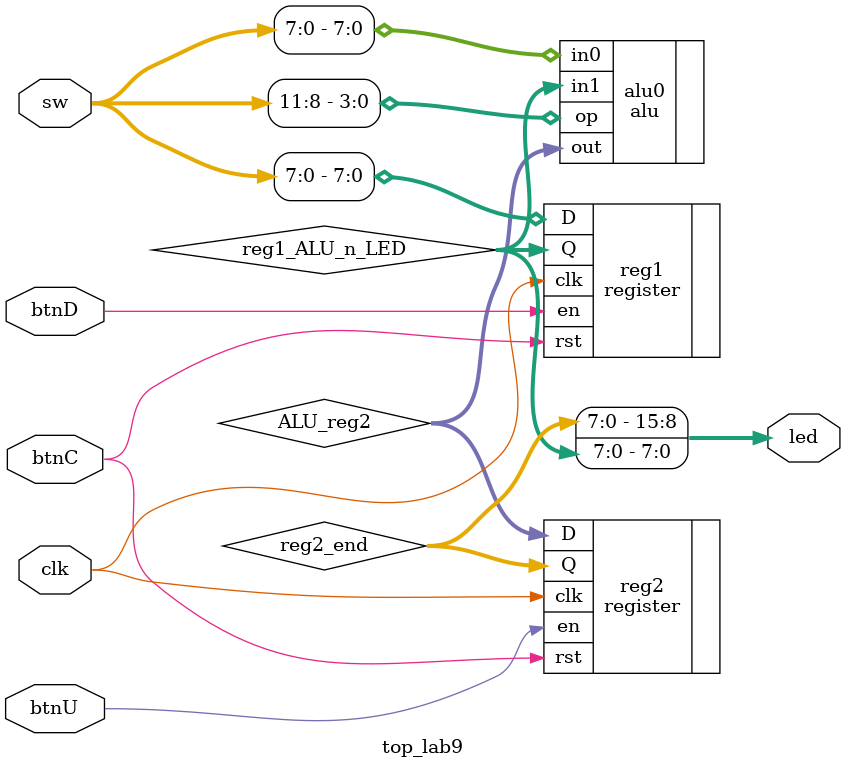
<source format=sv>
`timescale 1ns / 1ps

module top_lab9(
    input btnU,
    input btnD,
    input [11:0] sw,
    input clk,
    input btnC,
    output [15:0] led
    );
    
    // Internal Wiring
    wire [7:0] reg1_ALU_n_LED;
    wire [7:0] ALU_reg2;
    wire [7:0] reg2_end;
    
    // Module instantiation
    register #(.N(8)) reg1(
        .D(sw[7:0]), .clk(clk),
        .en(btnD), .rst(btnC),
        .Q(reg1_ALU_n_LED) 
    );
    
    alu #(.N(8)) alu0(
        .out(ALU_reg2), .in0(sw[7:0]),
        .in1(reg1_ALU_n_LED), .op(sw[11:8])
    );
    
    register #(.N(8)) reg2(
        .D(ALU_reg2), .clk(clk),
        .en(btnU), .rst(btnC),
        .Q(reg2_end) 
    );
    
    // output assigning
    assign led = {reg2_end, reg1_ALU_n_LED};   
    
    
endmodule

</source>
